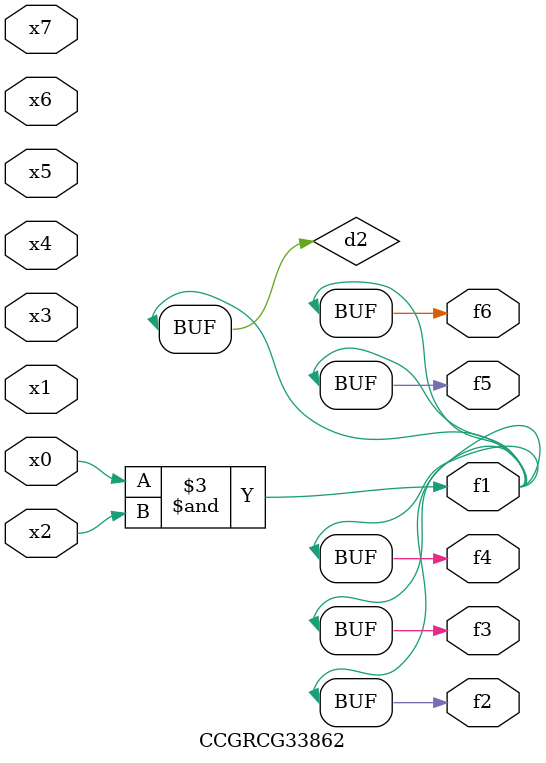
<source format=v>
module CCGRCG33862(
	input x0, x1, x2, x3, x4, x5, x6, x7,
	output f1, f2, f3, f4, f5, f6
);

	wire d1, d2;

	nor (d1, x3, x6);
	and (d2, x0, x2);
	assign f1 = d2;
	assign f2 = d2;
	assign f3 = d2;
	assign f4 = d2;
	assign f5 = d2;
	assign f6 = d2;
endmodule

</source>
